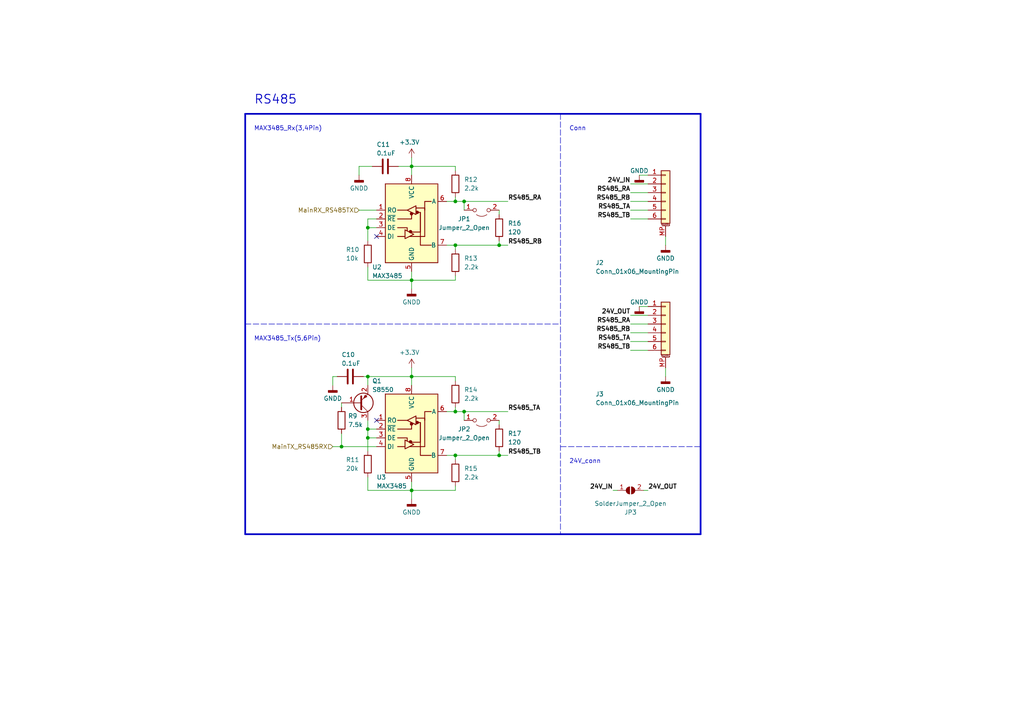
<source format=kicad_sch>
(kicad_sch (version 20230121) (generator eeschema)
  (paper "A4")
  (lib_symbols
    (symbol "Connector_Generic_MountingPin:Conn_01x06_MountingPin" (pin_names (offset 1.016) hide)
      (property "Reference" "J" (at 0 7.62 0))
      (property "Value" "Conn_01x06_MountingPin" (at 1.27 -10.16 0))
      (symbol "Conn_01x06_MountingPin_1_1"
        (rectangle (start -1.27 -7.493) (end 0 -7.747) (stroke (width 0.1524)))
        (rectangle (start -1.27 -4.953) (end 0 -5.207) (stroke (width 0.1524)))
        (rectangle (start -1.27 -2.413) (end 0 -2.667) (stroke (width 0.1524)))
        (rectangle (start -1.27 0.127) (end 0 -0.127) (stroke (width 0.1524)))
        (rectangle (start -1.27 2.667) (end 0 2.413) (stroke (width 0.1524)))
        (rectangle (start -1.27 5.207) (end 0 4.953) (stroke (width 0.1524)))
        (rectangle (start -1.27 6.35) (end 1.27 -8.89) (stroke (width 0.254)) (fill (type background)))
        (polyline (pts (xy -1.016 -9.652) (xy 1.016 -9.652)) (stroke (width 0.1524)))
        (text "Mounting" (at 0 -9.271 0) (effects (font (size 0.381 0.381))))
        (pin passive line (at -5.08 5.08 0) (length 3.81) (name "Pin_1") (number "1"))
        (pin passive line (at -5.08 2.54 0) (length 3.81) (name "Pin_2") (number "2"))
        (pin passive line (at -5.08 0 0) (length 3.81) (name "Pin_3") (number "3"))
        (pin passive line (at -5.08 -2.54 0) (length 3.81) (name "Pin_4") (number "4"))
        (pin passive line (at -5.08 -5.08 0) (length 3.81) (name "Pin_5") (number "5"))
        (pin passive line (at -5.08 -7.62 0) (length 3.81) (name "Pin_6") (number "6"))
        (pin passive line (at 0 -12.7 90) (length 3.048) (name "MountPin") (number "MP"))
      )
    )
    (symbol "Device:C" (pin_numbers hide) (pin_names (offset 0.254))
      (property "Reference" "C" (at 0.635 2.54 0))
      (property "Value" "C" (at 0.635 -2.54 0))
      (symbol "C_0_1"
        (polyline (pts (xy -2.032 -0.762) (xy 2.032 -0.762)) (stroke (width 0.508)))
        (polyline (pts (xy -2.032 0.762) (xy 2.032 0.762)) (stroke (width 0.508)))
      )
      (symbol "C_1_1"
        (pin passive line (at 0 3.81 270) (length 2.794) (name "~") (number "1"))
        (pin passive line (at 0 -3.81 90) (length 2.794) (name "~") (number "2"))
      )
    )
    (symbol "Device:Q_PNP_BEC" (pin_names (offset 0) hide)
      (property "Reference" "Q" (at 5.08 1.27 0))
      (property "Value" "Q_PNP_BEC" (at 5.08 -1.27 0))
      (symbol "Q_PNP_BEC_0_1"
        (polyline (pts (xy 0.635 0.635) (xy 2.54 2.54)))
        (polyline (pts (xy 0.635 -0.635) (xy 2.54 -2.54) (xy 2.54 -2.54)))
        (polyline (pts (xy 0.635 1.905) (xy 0.635 -1.905) (xy 0.635 -1.905)) (stroke (width 0.508)))
        (polyline (pts (xy 2.286 -1.778) (xy 1.778 -2.286) (xy 1.27 -1.27) (xy 2.286 -1.778) (xy 2.286 -1.778)) (fill (type outline)))
        (circle (center 1.27 0) (radius 2.8194) (stroke (width 0.254)))
      )
      (symbol "Q_PNP_BEC_1_1"
        (pin input line (at -5.08 0 0) (length 5.715) (name "B") (number "1"))
        (pin passive line (at 2.54 -5.08 90) (length 2.54) (name "E") (number "2"))
        (pin passive line (at 2.54 5.08 270) (length 2.54) (name "C") (number "3"))
      )
    )
    (symbol "Device:R" (pin_numbers hide) (pin_names (offset 0))
      (property "Reference" "R" (at 2.032 0 90))
      (property "Value" "R" (at 0 0 90))
      (symbol "R_0_1"
        (rectangle (start -1.016 -2.54) (end 1.016 2.54) (stroke (width 0.254)))
      )
      (symbol "R_1_1"
        (pin passive line (at 0 3.81 270) (length 1.27) (name "~") (number "1"))
        (pin passive line (at 0 -3.81 90) (length 1.27) (name "~") (number "2"))
      )
    )
    (symbol "Jumper:Jumper_2_Open" (pin_names (offset 0) hide)
      (property "Reference" "JP" (at 0 2.794 0))
      (property "Value" "Jumper_2_Open" (at 0 -2.286 0))
      (symbol "Jumper_2_Open_0_0"
        (circle (center -2.032 0) (radius 0.508))
        (circle (center 2.032 0) (radius 0.508))
      )
      (symbol "Jumper_2_Open_0_1"
        (arc (start 1.524 1.27) (mid 0 1.778) (end -1.524 1.27))
      )
      (symbol "Jumper_2_Open_1_1"
        (pin passive line (at -5.08 0 0) (length 2.54) (name "A") (number "1"))
        (pin passive line (at 5.08 0 180) (length 2.54) (name "B") (number "2"))
      )
    )
    (symbol "Jumper:SolderJumper_2_Open" (pin_names (offset 0) hide)
      (property "Reference" "JP" (at 0 2.032 0))
      (property "Value" "SolderJumper_2_Open" (at 0 -2.54 0))
      (symbol "SolderJumper_2_Open_0_1"
        (arc (start -0.254 1.016) (mid -1.2656 0) (end -0.254 -1.016))
        (arc (start -0.254 1.016) (mid -1.2656 0) (end -0.254 -1.016) (fill (type outline)))
        (polyline (pts (xy -0.254 1.016) (xy -0.254 -1.016)))
        (polyline (pts (xy 0.254 1.016) (xy 0.254 -1.016)))
        (arc (start 0.254 -1.016) (mid 1.2656 0) (end 0.254 1.016))
        (arc (start 0.254 -1.016) (mid 1.2656 0) (end 0.254 1.016) (fill (type outline)))
      )
      (symbol "SolderJumper_2_Open_1_1"
        (pin passive line (at -3.81 0 0) (length 2.54) (name "A") (number "1"))
        (pin passive line (at 3.81 0 180) (length 2.54) (name "B") (number "2"))
      )
    )
    (symbol "MAX3485_1"
      (property "Reference" "U?" (at 2.0194 15.24 0))
      (property "Value" "MAX3485" (at 2.0194 12.7 0))
      (symbol "MAX3485_1_0_1"
        (rectangle (start -7.62 10.16) (end 7.62 -12.7) (stroke (width 0.254)) (fill (type background)))
        (circle (center -0.3048 -3.683) (radius 0.3556) (stroke (width 0.254)) (fill (type outline)))
        (circle (center -0.0254 1.4986) (radius 0.3556) (stroke (width 0.254)) (fill (type outline)))
        (polyline (pts (xy -4.064 -5.08) (xy -1.905 -5.08)) (stroke (width 0.254)))
        (polyline (pts (xy -4.064 2.54) (xy -1.27 2.54)) (stroke (width 0.254)))
        (polyline (pts (xy -1.27 -3.2004) (xy -1.27 -3.4544)) (stroke (width 0.254)))
        (polyline (pts (xy -0.635 -5.08) (xy 3.81 -5.08)) (stroke (width 0.254)))
        (polyline (pts (xy -4.064 -2.54) (xy -1.27 -2.54) (xy -1.27 -3.175)) (stroke (width 0.254)))
        (polyline (pts (xy 0 1.27) (xy 0 0) (xy -4.064 0)) (stroke (width 0.254)))
        (polyline (pts (xy 1.27 3.175) (xy 3.81 3.175) (xy 3.81 -5.08)) (stroke (width 0.254)))
        (polyline (pts (xy 2.54 1.905) (xy 2.54 -3.81) (xy 0 -3.81)) (stroke (width 0.254)))
        (polyline (pts (xy -1.905 -3.175) (xy -1.905 -5.715) (xy 0.635 -4.445) (xy -1.905 -3.175)) (stroke (width 0.254)))
        (polyline (pts (xy -1.27 2.54) (xy 1.27 3.81) (xy 1.27 1.27) (xy -1.27 2.54)) (stroke (width 0.254)))
        (polyline (pts (xy 3.81 3.175) (xy 3.81 2.54) (xy 3.81 5.08) (xy 5.715 5.08)) (stroke (width 0.254)))
        (polyline (pts (xy 1.905 1.905) (xy 2.54 1.905) (xy 2.54 -3.81) (xy 2.54 -6.985) (xy 2.54 -7.62) (xy 5.08 -7.62) (xy 5.715 -7.62)) (stroke (width 0.254)))
        (rectangle (start 1.27 3.175) (end 1.27 3.175))
        (circle (center 1.651 1.905) (radius 0.3556) (stroke (width 0.254)) (fill (type outline)))
      )
      (symbol "MAX3485_1_1_1"
        (pin output line (at -10.16 2.54 0) (length 2.54) (name "RO") (number "1"))
        (pin input line (at -10.16 0 0) (length 2.54) (name "~{RE}") (number "2"))
        (pin input line (at -10.16 -2.54 0) (length 2.54) (name "DE") (number "3"))
        (pin input line (at -10.16 -5.08 0) (length 2.54) (name "DI") (number "4"))
        (pin power_in line (at 0 -15.24 90) (length 2.54) (name "GND") (number "5"))
        (pin bidirectional line (at 10.16 5.08 180) (length 2.54) (name "A") (number "6"))
        (pin bidirectional line (at 10.16 -7.62 180) (length 2.54) (name "B") (number "7"))
        (pin power_in line (at 0 12.7 270) (length 2.54) (name "VCC") (number "8"))
      )
    )
    (symbol "power:+3.3V" (power) (pin_names (offset 0))
      (property "Value" "+3.3V" (at 0 3.556 0))
      (symbol "+3.3V_0_1"
        (polyline (pts (xy -0.762 1.27) (xy 0 2.54)))
        (polyline (pts (xy 0 0) (xy 0 2.54)))
        (polyline (pts (xy 0 2.54) (xy 0.762 1.27)))
      )
      (symbol "+3.3V_1_1"
        (pin power_in line (at 0 0 90) (length 0) hide (name "+3.3V") (number "1"))
      )
    )
    (symbol "power:GNDD" (power) (pin_names (offset 0))
      (property "Value" "GNDD" (at 0 -3.175 0))
      (symbol "GNDD_0_1"
        (rectangle (start -1.27 -1.524) (end 1.27 -2.032) (stroke (width 0.254)) (fill (type outline)))
        (polyline (pts (xy 0 0) (xy 0 -1.524)))
      )
      (symbol "GNDD_1_1"
        (pin power_in line (at 0 0 270) (length 0) hide (name "GNDD") (number "1"))
      )
    )
  )
  (junction (at 132.08 119.38))
  (junction (at 144.78 71.12))
  (junction (at 119.38 142.24))
  (junction (at 106.68 127))
  (junction (at 132.08 132.08))
  (junction (at 99.06 129.54))
  (junction (at 134.62 119.38))
  (junction (at 119.38 48.26))
  (junction (at 134.62 58.42))
  (junction (at 106.68 124.46))
  (junction (at 132.08 71.12))
  (junction (at 119.38 109.22))
  (junction (at 119.38 81.28))
  (junction (at 132.08 58.42))
  (junction (at 106.68 109.22))
  (junction (at 106.68 66.04))
  (junction (at 144.78 132.08))
  (no_connect (at 109.22 121.92))
  (no_connect (at 109.22 68.58))
  (wire (pts (xy 132.08 140.97) (xy 132.08 142.24)))
  (polyline (pts (xy 71.12 93.98) (xy 162.56 93.98)) (stroke (width 0) (type dash)))
  (wire (pts (xy 186.69 142.24) (xy 187.96 142.24)))
  (wire (pts (xy 129.54 132.08) (xy 132.08 132.08)))
  (wire (pts (xy 106.68 66.04) (xy 109.22 66.04)))
  (wire (pts (xy 144.78 69.85) (xy 144.78 71.12)))
  (wire (pts (xy 129.54 71.12) (xy 132.08 71.12)))
  (polyline (pts (xy 71.12 154.94) (xy 203.2 154.94)) (stroke (width 0.5) (type solid)))
  (wire (pts (xy 129.54 119.38) (xy 132.08 119.38)))
  (wire (pts (xy 144.78 132.08) (xy 147.32 132.08)))
  (wire (pts (xy 132.08 71.12) (xy 132.08 72.39)))
  (wire (pts (xy 106.68 63.5) (xy 106.68 66.04)))
  (wire (pts (xy 187.96 50.8) (xy 185.42 50.8)))
  (wire (pts (xy 144.78 130.81) (xy 144.78 132.08)))
  (wire (pts (xy 132.08 118.11) (xy 132.08 119.38)))
  (wire (pts (xy 105.41 109.22) (xy 106.68 109.22)))
  (polyline (pts (xy 203.2 33.02) (xy 71.12 33.02)) (stroke (width 0.5) (type solid)))
  (wire (pts (xy 187.96 99.06) (xy 182.88 99.06)))
  (wire (pts (xy 132.08 132.08) (xy 144.78 132.08)))
  (wire (pts (xy 187.96 96.52) (xy 182.88 96.52)))
  (wire (pts (xy 106.68 66.04) (xy 106.68 69.85)))
  (polyline (pts (xy 71.12 33.02) (xy 71.12 154.94)) (stroke (width 0.5) (type solid)))
  (wire (pts (xy 104.14 48.26) (xy 107.95 48.26)))
  (wire (pts (xy 106.68 109.22) (xy 119.38 109.22)))
  (wire (pts (xy 115.57 48.26) (xy 119.38 48.26)))
  (wire (pts (xy 99.06 129.54) (xy 109.22 129.54)))
  (wire (pts (xy 104.14 60.96) (xy 109.22 60.96)))
  (wire (pts (xy 187.96 60.96) (xy 182.88 60.96)))
  (wire (pts (xy 132.08 71.12) (xy 144.78 71.12)))
  (wire (pts (xy 187.96 93.98) (xy 182.88 93.98)))
  (wire (pts (xy 96.52 111.76) (xy 96.52 109.22)))
  (wire (pts (xy 99.06 116.84) (xy 99.06 118.11)))
  (wire (pts (xy 119.38 109.22) (xy 119.38 106.68)))
  (wire (pts (xy 119.38 109.22) (xy 132.08 109.22)))
  (wire (pts (xy 106.68 124.46) (xy 106.68 127)))
  (wire (pts (xy 132.08 80.01) (xy 132.08 81.28)))
  (wire (pts (xy 99.06 125.73) (xy 99.06 129.54)))
  (wire (pts (xy 119.38 48.26) (xy 132.08 48.26)))
  (wire (pts (xy 193.04 106.68) (xy 193.04 109.22)))
  (wire (pts (xy 182.88 53.34) (xy 187.96 53.34)))
  (wire (pts (xy 132.08 57.15) (xy 132.08 58.42)))
  (wire (pts (xy 177.8 142.24) (xy 179.07 142.24)))
  (wire (pts (xy 144.78 121.92) (xy 144.78 123.19)))
  (wire (pts (xy 119.38 139.7) (xy 119.38 142.24)))
  (wire (pts (xy 132.08 58.42) (xy 134.62 58.42)))
  (wire (pts (xy 106.68 63.5) (xy 109.22 63.5)))
  (wire (pts (xy 144.78 71.12) (xy 147.32 71.12)))
  (wire (pts (xy 96.52 109.22) (xy 97.79 109.22)))
  (wire (pts (xy 104.14 50.8) (xy 104.14 48.26)))
  (wire (pts (xy 132.08 109.22) (xy 132.08 110.49)))
  (wire (pts (xy 134.62 119.38) (xy 134.62 121.92)))
  (wire (pts (xy 187.96 55.88) (xy 182.88 55.88)))
  (wire (pts (xy 119.38 48.26) (xy 119.38 50.8)))
  (wire (pts (xy 187.96 101.6) (xy 182.88 101.6)))
  (wire (pts (xy 119.38 48.26) (xy 119.38 45.72)))
  (wire (pts (xy 119.38 142.24) (xy 132.08 142.24)))
  (wire (pts (xy 106.68 111.76) (xy 106.68 109.22)))
  (wire (pts (xy 187.96 63.5) (xy 182.88 63.5)))
  (wire (pts (xy 106.68 127) (xy 106.68 130.81)))
  (wire (pts (xy 119.38 81.28) (xy 119.38 83.82)))
  (wire (pts (xy 144.78 60.96) (xy 144.78 62.23)))
  (polyline (pts (xy 162.56 129.54) (xy 203.2 129.54)) (stroke (width 0) (type dash)))
  (wire (pts (xy 106.68 77.47) (xy 106.68 81.28)))
  (wire (pts (xy 134.62 119.38) (xy 147.32 119.38)))
  (wire (pts (xy 119.38 78.74) (xy 119.38 81.28)))
  (wire (pts (xy 106.68 81.28) (xy 119.38 81.28)))
  (wire (pts (xy 187.96 88.9) (xy 185.42 88.9)))
  (wire (pts (xy 106.68 138.43) (xy 106.68 142.24)))
  (wire (pts (xy 132.08 132.08) (xy 132.08 133.35)))
  (wire (pts (xy 106.68 142.24) (xy 119.38 142.24)))
  (wire (pts (xy 134.62 58.42) (xy 147.32 58.42)))
  (wire (pts (xy 193.04 68.58) (xy 193.04 71.12)))
  (wire (pts (xy 106.68 121.92) (xy 106.68 124.46)))
  (wire (pts (xy 119.38 81.28) (xy 132.08 81.28)))
  (wire (pts (xy 132.08 119.38) (xy 134.62 119.38)))
  (wire (pts (xy 182.88 91.44) (xy 187.96 91.44)))
  (polyline (pts (xy 203.2 154.94) (xy 203.2 33.02)) (stroke (width 0.5) (type solid)))
  (wire (pts (xy 134.62 58.42) (xy 134.62 60.96)))
  (wire (pts (xy 119.38 109.22) (xy 119.38 111.76)))
  (wire (pts (xy 119.38 142.24) (xy 119.38 144.78)))
  (wire (pts (xy 132.08 48.26) (xy 132.08 49.53)))
  (wire (pts (xy 106.68 127) (xy 109.22 127)))
  (wire (pts (xy 187.96 58.42) (xy 182.88 58.42)))
  (wire (pts (xy 129.54 58.42) (xy 132.08 58.42)))
  (wire (pts (xy 106.68 124.46) (xy 109.22 124.46)))
  (wire (pts (xy 96.52 129.54) (xy 99.06 129.54)))
  (rectangle (start 162.56 33.02) (end 162.56 154.94) (stroke (width 0) (type dash)))
  (text "MAX3485_Tx(5,6Pin)" (at 73.66 99.06 0) (effects (font (size 1.27 1.27)) (justify left bottom)))
  (text "RS485" (at 73.66 30.48 0) (effects (font (size 2.54 2.54) (thickness 0.254) bold) (justify left bottom)))
  (text "MAX3485_Rx(3,4Pin)" (at 73.66 38.1 0) (effects (font (size 1.27 1.27)) (justify left bottom)))
  (text "Conn" (at 165.1 38.1 0) (effects (font (size 1.27 1.27)) (justify left bottom)))
  (text "24V_conn" (at 165.1 134.62 0) (effects (font (size 1.27 1.27)) (justify left bottom)))
  (label "RS485_RA" (at 147.32 58.42 0) (effects (font (thickness 0.254) bold)))
  (label "RS485_RA" (at 182.88 93.98 180) (effects (font (thickness 0.254) bold)))
  (label "RS485_RA" (at 182.88 55.88 180) (effects (font (thickness 0.254) bold)))
  (label "RS485_TB" (at 182.88 101.6 180) (effects (font (thickness 0.254) bold)))
  (label "RS485_TB" (at 147.32 132.08 0) (effects (font (thickness 0.254) bold)))
  (label "RS485_TB" (at 182.88 63.5 180) (effects (font (thickness 0.254) bold)))
  (label "RS485_TA" (at 182.88 99.06 180) (effects (font (thickness 0.254) bold)))
  (label "24V_OUT" (at 182.88 91.44 180) (effects (font (thickness 0.254) bold)))
  (label "RS485_RB" (at 182.88 96.52 180) (effects (font (thickness 0.254) bold)))
  (label "RS485_RB" (at 182.88 58.42 180) (effects (font (thickness 0.254) bold)))
  (label "24V_IN" (at 182.88 53.34 180) (effects (font (thickness 0.254) bold)))
  (label "RS485_RB" (at 147.32 71.12 0) (effects (font (thickness 0.254) bold)))
  (label "24V_OUT" (at 187.96 142.24 0) (effects (font (thickness 0.254) bold)))
  (label "RS485_TA" (at 147.32 119.38 0) (effects (font (thickness 0.254) bold)))
  (label "24V_IN" (at 177.8 142.24 180) (effects (font (thickness 0.254) bold)))
  (label "RS485_TA" (at 182.88 60.96 180) (effects (font (thickness 0.254) bold)))
  (hierarchical_label "MainRX_RS485TX" (shape input) (at 104.14 60.96 180))
  (hierarchical_label "MainTX_RS485RX" (shape input) (at 96.52 129.54 180))
  (symbol (lib_name "MAX3485_1") (lib_id "Interface_UART:MAX3485") (at 119.38 124.46 0) (unit 1)
    (property "Reference" "U3" (at 109.22 138.43 0) (effects (justify left)))
    (property "Value" "MAX3485" (at 109.22 140.97 0) (effects (justify left)))
    (property "Footprint" "Package_SO:SOP-8_3.9x4.9mm_P1.27mm" (effects hide))
    (property "Datasheet" "https://datasheets.maximintegrated.com/en/ds/MAX3483-MAX3491.pdf" (effects hide))
    (instances (project "BLDC_Ver1" (path "" (reference "U3") (unit 1))) (project "Control" (path "" (reference "U4") (unit 1))) (project "MD" (path "" (reference "U3") (unit 1))))
  )
  (symbol (lib_id "power:GNDD") (at 185.42 50.8 0) (unit 1)
    (property "Reference" "#PWR024" (effects hide))
    (property "Value" "GNDD" (at 185.42 49.53 0))
    (instances (project "BLDC_Ver1" (path "" (reference "#PWR024") (unit 1))) (project "Control" (path "" (reference "#PWR052") (unit 1))) (project "MD" (path "" (reference "#PWR024") (unit 1))))
  )
  (symbol (lib_id "Device:C") (at 101.6 109.22 270) (mirror x) (unit 1)
    (property "Reference" "C10" (at 99.06 102.87 90) (effects (justify left)))
    (property "Value" "0.1uF" (at 99.06 105.41 90) (effects (justify left)))
    (property "Footprint" "Capacitor_SMD:C_0402_1005Metric" (effects hide))
    (instances (project "BLDC_Ver1" (path "" (reference "C10") (unit 1))) (project "Control" (path "" (reference "C19") (unit 1))) (project "MD" (path "" (reference "C10") (unit 1))))
  )
  (symbol (lib_id "Jumper:SolderJumper_2_Open") (at 182.88 142.24 0) (mirror x) (unit 1)
    (property "Reference" "JP3" (at 182.88 148.59 0))
    (property "Value" "SolderJumper_2_Open" (at 182.88 146.05 0))
    (property "Footprint" "Jumper:SolderJumper-2_P1.3mm_Open_TrianglePad1.0x1.5mm" (effects hide))
  )
  (symbol (lib_id "power:GNDD") (at 119.38 144.78 0) (unit 1)
    (property "Reference" "#PWR023" (effects hide))
    (property "Value" "GNDD" (at 119.38 148.59 0))
    (instances (project "BLDC_Ver1" (path "" (reference "#PWR023") (unit 1))) (project "Control" (path "" (reference "#PWR051") (unit 1))) (project "MD" (path "" (reference "#PWR023") (unit 1))))
  )
  (symbol (lib_id "power:GNDD") (at 119.38 83.82 0) (unit 1)
    (property "Reference" "#PWR021" (effects hide))
    (property "Value" "GNDD" (at 119.38 87.63 0))
    (instances (project "BLDC_Ver1" (path "" (reference "#PWR021") (unit 1))) (project "Control" (path "" (reference "#PWR049") (unit 1))) (project "MD" (path "" (reference "#PWR021") (unit 1))))
  )
  (symbol (lib_id "Connector_Generic_MountingPin:Conn_01x06_MountingPin") (at 193.04 55.88 0) (unit 1)
    (property "Reference" "J2" (at 172.72 76.2 0) (effects (justify left)))
    (property "Value" "Conn_01x06_MountingPin" (at 172.72 78.74 0) (effects (justify left)))
    (property "Footprint" "Connector_Molex:Molex_PicoBlade_53261-0671_1x06-1MP_P1.25mm_Horizontal" (effects hide))
    (instances (project "BLDC_Ver1" (path "" (reference "J2") (unit 1))) (project "Control" (path "" (reference "J3") (unit 1))) (project "MD" (path "" (reference "J2") (unit 1))))
  )
  (symbol (lib_id "Connector_Generic_MountingPin:Conn_01x06_MountingPin") (at 193.04 93.98 0) (unit 1)
    (property "Reference" "J3" (at 172.72 114.3 0) (effects (justify left)))
    (property "Value" "Conn_01x06_MountingPin" (at 172.72 116.84 0) (effects (justify left)))
    (property "Footprint" "Connector_Molex:Molex_PicoBlade_53261-0671_1x06-1MP_P1.25mm_Horizontal" (effects hide))
    (instances (project "BLDC_Ver1" (path "" (reference "J3") (unit 1))) (project "Control" (path "" (reference "J4") (unit 1))) (project "MD" (path "" (reference "J3") (unit 1))))
  )
  (symbol (lib_id "power:GNDD") (at 96.52 111.76 0) (unit 1)
    (property "Reference" "#PWR018" (effects hide))
    (property "Value" "GNDD" (at 96.52 115.57 0))
    (instances (project "BLDC_Ver1" (path "" (reference "#PWR018") (unit 1))) (project "Control" (path "" (reference "#PWR046") (unit 1))) (project "MD" (path "" (reference "#PWR018") (unit 1))))
  )
  (symbol (lib_id "Device:R") (at 132.08 137.16 0) (unit 1)
    (property "Reference" "R15" (at 134.62 135.8899 0) (effects (justify left)))
    (property "Value" "2.2k" (at 134.62 138.4299 0) (effects (justify left)))
    (property "Footprint" "Resistor_SMD:R_0402_1005Metric" (effects hide))
    (instances (project "BLDC_Ver1" (path "" (reference "R15") (unit 1))) (project "Control" (path "" (reference "R28") (unit 1))) (project "MD" (path "" (reference "R15") (unit 1))))
  )
  (symbol (lib_id "power:+3.3V") (at 119.38 45.72 0) (unit 1)
    (property "Reference" "#PWR020" (effects hide))
    (property "Value" "+3.3V" (at 118.745 41.275 0))
    (instances (project "BLDC_Ver1" (path "" (reference "#PWR020") (unit 1))) (project "Control" (path "" (reference "#PWR048") (unit 1))) (project "MD" (path "" (reference "#PWR020") (unit 1))))
  )
  (symbol (lib_id "Device:R") (at 99.06 121.92 0) (unit 1)
    (property "Reference" "R9" (at 100.965 120.6499 0) (effects (justify left)))
    (property "Value" "7.5k" (at 100.965 123.1899 0) (effects (justify left)))
    (property "Footprint" "Resistor_SMD:R_0603_1608Metric" (effects hide))
    (instances (project "BLDC_Ver1" (path "" (reference "R9") (unit 1))) (project "Control" (path "" (reference "R22") (unit 1))) (project "MD" (path "" (reference "R9") (unit 1))))
  )
  (symbol (lib_id "power:GNDD") (at 185.42 88.9 0) (unit 1)
    (property "Reference" "#PWR025" (effects hide))
    (property "Value" "GNDD" (at 185.42 87.63 0))
    (instances (project "BLDC_Ver1" (path "" (reference "#PWR025") (unit 1))) (project "Control" (path "" (reference "#PWR053") (unit 1))) (project "MD" (path "" (reference "#PWR025") (unit 1))))
  )
  (symbol (lib_id "Device:R") (at 132.08 114.3 0) (unit 1)
    (property "Reference" "R14" (at 134.62 113.0299 0) (effects (justify left)))
    (property "Value" "2.2k" (at 134.62 115.5699 0) (effects (justify left)))
    (property "Footprint" "Resistor_SMD:R_0402_1005Metric" (effects hide))
    (instances (project "BLDC_Ver1" (path "" (reference "R14") (unit 1))) (project "Control" (path "" (reference "R27") (unit 1))) (project "MD" (path "" (reference "R14") (unit 1))))
  )
  (symbol (lib_id "power:GNDD") (at 104.14 50.8 0) (unit 1)
    (property "Reference" "#PWR019" (effects hide))
    (property "Value" "GNDD" (at 104.14 54.61 0))
    (instances (project "BLDC_Ver1" (path "" (reference "#PWR019") (unit 1))) (project "Control" (path "" (reference "#PWR047") (unit 1))) (project "MD" (path "" (reference "#PWR019") (unit 1))))
  )
  (symbol (lib_id "Jumper:Jumper_2_Open") (at 139.7 60.96 0) (mirror x) (unit 1)
    (property "Reference" "JP1" (at 134.62 63.5 0))
    (property "Value" "Jumper_2_Open" (at 134.62 66.04 0))
    (property "Footprint" "Jumper:SolderJumper-2_P1.3mm_Open_TrianglePad1.0x1.5mm" (effects hide))
  )
  (symbol (lib_id "Jumper:Jumper_2_Open") (at 139.7 121.92 0) (mirror x) (unit 1)
    (property "Reference" "JP2" (at 134.62 124.46 0))
    (property "Value" "Jumper_2_Open" (at 134.62 127 0))
    (property "Footprint" "Jumper:SolderJumper-2_P1.3mm_Open_TrianglePad1.0x1.5mm" (effects hide))
  )
  (symbol (lib_id "Device:R") (at 132.08 53.34 0) (unit 1)
    (property "Reference" "R12" (at 134.62 52.0699 0) (effects (justify left)))
    (property "Value" "2.2k" (at 134.62 54.6099 0) (effects (justify left)))
    (property "Footprint" "Resistor_SMD:R_0402_1005Metric" (effects hide))
    (instances (project "BLDC_Ver1" (path "" (reference "R12") (unit 1))) (project "Control" (path "" (reference "R25") (unit 1))) (project "MD" (path "" (reference "R12") (unit 1))))
  )
  (symbol (lib_id "power:GNDD") (at 193.04 71.12 0) (unit 1)
    (property "Reference" "#PWR026" (effects hide))
    (property "Value" "GNDD" (at 193.04 74.93 0))
    (instances (project "BLDC_Ver1" (path "" (reference "#PWR026") (unit 1))) (project "Control" (path "" (reference "#PWR054") (unit 1))) (project "MD" (path "" (reference "#PWR026") (unit 1))))
  )
  (symbol (lib_id "Device:R") (at 106.68 134.62 0) (unit 1)
    (property "Reference" "R11" (at 100.33 133.35 0) (effects (justify left)))
    (property "Value" "20k" (at 100.33 135.89 0) (effects (justify left)))
    (property "Footprint" "Resistor_SMD:R_0402_1005Metric" (effects hide))
    (instances (project "BLDC_Ver1" (path "" (reference "R11") (unit 1))) (project "Control" (path "" (reference "R24") (unit 1))) (project "MD" (path "" (reference "R11") (unit 1))))
  )
  (symbol (lib_id "Device:C") (at 111.76 48.26 270) (mirror x) (unit 1)
    (property "Reference" "C11" (at 109.22 41.91 90) (effects (justify left)))
    (property "Value" "0.1uF" (at 109.22 44.45 90) (effects (justify left)))
    (property "Footprint" "Capacitor_SMD:C_0402_1005Metric" (effects hide))
    (instances (project "BLDC_Ver1" (path "" (reference "C11") (unit 1))) (project "Control" (path "" (reference "C20") (unit 1))) (project "MD" (path "" (reference "C11") (unit 1))))
  )
  (symbol (lib_id "Device:R") (at 106.68 73.66 0) (unit 1)
    (property "Reference" "R10" (at 100.33 72.39 0) (effects (justify left)))
    (property "Value" "10k" (at 100.33 74.93 0) (effects (justify left)))
    (property "Footprint" "Resistor_SMD:R_0402_1005Metric" (effects hide))
    (instances (project "BLDC_Ver1" (path "" (reference "R10") (unit 1))) (project "Control" (path "" (reference "R23") (unit 1))) (project "MD" (path "" (reference "R10") (unit 1))))
  )
  (symbol (lib_id "power:GNDD") (at 193.04 109.22 0) (unit 1)
    (property "Reference" "#PWR027" (effects hide))
    (property "Value" "GNDD" (at 193.04 113.03 0))
    (instances (project "BLDC_Ver1" (path "" (reference "#PWR027") (unit 1))) (project "Control" (path "" (reference "#PWR055") (unit 1))) (project "MD" (path "" (reference "#PWR027") (unit 1))))
  )
  (symbol (lib_id "Device:R") (at 144.78 66.04 0) (unit 1)
    (property "Reference" "R16" (at 147.32 64.7699 0) (effects (justify left)))
    (property "Value" "120" (at 147.32 67.3099 0) (effects (justify left)))
    (property "Footprint" "Resistor_SMD:R_0402_1005Metric" (effects hide))
    (instances (project "BLDC_Ver1" (path "" (reference "R16") (unit 1))) (project "Control" (path "" (reference "R29") (unit 1))) (project "MD" (path "" (reference "R16") (unit 1))))
  )
  (symbol (lib_id "Device:R") (at 144.78 127 0) (unit 1)
    (property "Reference" "R17" (at 147.32 125.7299 0) (effects (justify left)))
    (property "Value" "120" (at 147.32 128.2699 0) (effects (justify left)))
    (property "Footprint" "Resistor_SMD:R_0402_1005Metric" (effects hide))
    (instances (project "BLDC_Ver1" (path "" (reference "R17") (unit 1))) (project "Control" (path "" (reference "R30") (unit 1))) (project "MD" (path "" (reference "R17") (unit 1))))
  )
  (symbol (lib_name "MAX3485_1") (lib_id "Interface_UART:MAX3485") (at 119.38 63.5 0) (unit 1)
    (property "Reference" "U2" (at 107.95 77.47 0) (effects (justify left)))
    (property "Value" "MAX3485" (at 107.95 80.01 0) (effects (justify left)))
    (property "Footprint" "Package_SO:SOP-8_3.9x4.9mm_P1.27mm" (effects hide))
    (property "Datasheet" "https://datasheets.maximintegrated.com/en/ds/MAX3483-MAX3491.pdf" (effects hide))
    (instances (project "BLDC_Ver1" (path "" (reference "U2") (unit 1))) (project "Control" (path "" (reference "U3") (unit 1))) (project "MD" (path "" (reference "U2") (unit 1))))
  )
  (symbol (lib_id "Device:Q_PNP_BEC") (at 104.14 116.84 0) (mirror x) (unit 1)
    (property "Reference" "Q1" (at 107.95 110.49 0) (effects (justify left)))
    (property "Value" "S8550" (at 107.95 113.03 0) (effects (justify left)))
    (property "Footprint" "Package_TO_SOT_SMD:SOT-23" (effects hide))
    (instances (project "BLDC_Ver1" (path "" (reference "Q1") (unit 1))) (project "Control" (path "" (reference "Q3") (unit 1))) (project "MD" (path "" (reference "Q1") (unit 1))))
  )
  (symbol (lib_id "power:+3.3V") (at 119.38 106.68 0) (unit 1)
    (property "Reference" "#PWR022" (effects hide))
    (property "Value" "+3.3V" (at 118.745 102.235 0))
    (instances (project "BLDC_Ver1" (path "" (reference "#PWR022") (unit 1))) (project "Control" (path "" (reference "#PWR050") (unit 1))) (project "MD" (path "" (reference "#PWR022") (unit 1))))
  )
  (symbol (lib_id "Device:R") (at 132.08 76.2 0) (unit 1)
    (property "Reference" "R13" (at 134.62 74.9299 0) (effects (justify left)))
    (property "Value" "2.2k" (at 134.62 77.4699 0) (effects (justify left)))
    (property "Footprint" "Resistor_SMD:R_0402_1005Metric" (effects hide))
    (instances (project "BLDC_Ver1" (path "" (reference "R13") (unit 1))) (project "Control" (path "" (reference "R26") (unit 1))) (project "MD" (path "" (reference "R13") (unit 1))))
  )
)
</source>
